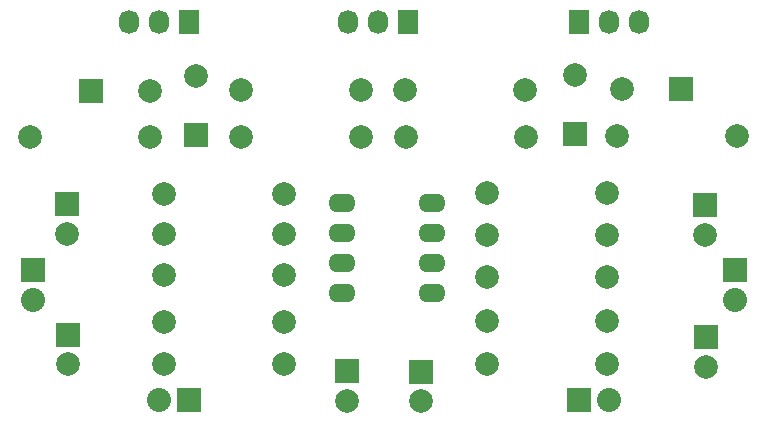
<source format=gbr>
G04 #@! TF.FileFunction,Copper,L1,Top,Signal*
%FSLAX46Y46*%
G04 Gerber Fmt 4.6, Leading zero omitted, Abs format (unit mm)*
G04 Created by KiCad (PCBNEW 4.0.7) date Sunday 08 October 2017 21:23:55*
%MOMM*%
%LPD*%
G01*
G04 APERTURE LIST*
%ADD10C,0.100000*%
%ADD11R,2.000000X2.000000*%
%ADD12C,2.000000*%
%ADD13R,1.727200X2.032000*%
%ADD14O,1.727200X2.032000*%
%ADD15R,2.032000X2.032000*%
%ADD16O,2.032000X2.032000*%
%ADD17C,1.998980*%
%ADD18O,2.300000X1.600000*%
G04 APERTURE END LIST*
D10*
D11*
X104650000Y-77410000D03*
D12*
X104650000Y-79910000D03*
D11*
X104710000Y-88460000D03*
D12*
X104710000Y-90960000D03*
D11*
X115560000Y-71550000D03*
D12*
X115560000Y-66550000D03*
D11*
X106690000Y-67820000D03*
D12*
X111690000Y-67820000D03*
D11*
X128360000Y-91570000D03*
D12*
X128360000Y-94070000D03*
D11*
X158700000Y-77510000D03*
D12*
X158700000Y-80010000D03*
D11*
X158760000Y-88700000D03*
D12*
X158760000Y-91200000D03*
D11*
X147630000Y-71440000D03*
D12*
X147630000Y-66440000D03*
D11*
X156650000Y-67660000D03*
D12*
X151650000Y-67660000D03*
D11*
X134640000Y-91590000D03*
D12*
X134640000Y-94090000D03*
D13*
X133540000Y-62000000D03*
D14*
X131000000Y-62000000D03*
X128460000Y-62000000D03*
D15*
X101810000Y-83000000D03*
D16*
X101810000Y-85540000D03*
D15*
X115000000Y-94000000D03*
D16*
X112460000Y-94000000D03*
D13*
X115000000Y-62000000D03*
D14*
X112460000Y-62000000D03*
X109920000Y-62000000D03*
D15*
X161210000Y-83000000D03*
D16*
X161210000Y-85540000D03*
D15*
X148000000Y-94000000D03*
D16*
X150540000Y-94000000D03*
D13*
X148000000Y-62000000D03*
D14*
X150540000Y-62000000D03*
X153080000Y-62000000D03*
D17*
X123040000Y-76530000D03*
X112880000Y-76530000D03*
X112890000Y-79910000D03*
X123050000Y-79910000D03*
X112890000Y-83440000D03*
X123050000Y-83440000D03*
X119410000Y-71730000D03*
X129570000Y-71730000D03*
X119390000Y-67710000D03*
X129550000Y-67710000D03*
X101530000Y-71760000D03*
X111690000Y-71760000D03*
X112890000Y-87380000D03*
X123050000Y-87380000D03*
X112890000Y-90990000D03*
X123050000Y-90990000D03*
X140230000Y-76510000D03*
X150390000Y-76510000D03*
X150380000Y-80030000D03*
X140220000Y-80030000D03*
X150380000Y-83620000D03*
X140220000Y-83620000D03*
X143510000Y-71720000D03*
X133350000Y-71720000D03*
X143460000Y-67750000D03*
X133300000Y-67750000D03*
X161400000Y-71670000D03*
X151240000Y-71670000D03*
X150380000Y-87310000D03*
X140220000Y-87310000D03*
X150390000Y-90940000D03*
X140230000Y-90940000D03*
D18*
X127940000Y-77350000D03*
X127940000Y-79890000D03*
X127940000Y-82430000D03*
X127940000Y-84970000D03*
X135560000Y-84970000D03*
X135560000Y-82430000D03*
X135560000Y-79890000D03*
X135560000Y-77350000D03*
M02*

</source>
